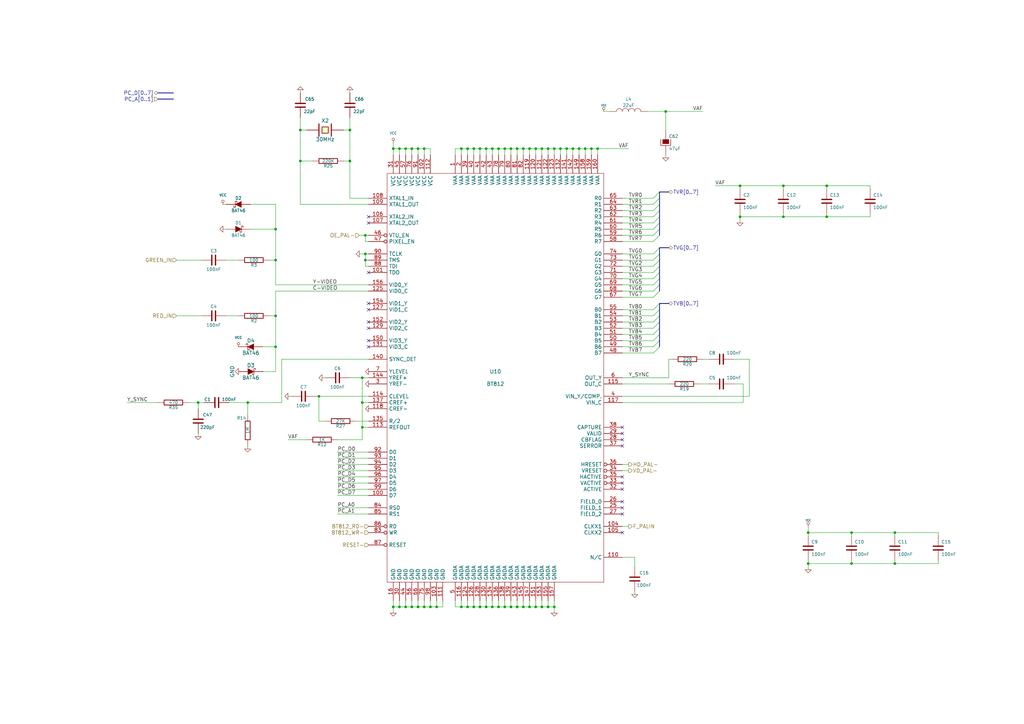
<source format=kicad_sch>
(kicad_sch (version 20210126) (generator eeschema)
  (paper "A3")
  (title_block (title "Video") (date "Sun 22 Mar 2015") (rev "2.0B") (company "Kicad EDA"))
  (lib_symbols
    (symbol "video_schlib:BT812" (pin_names (offset 0.762))
      (property "Reference" "U" (at 47.498 85.09 0))
      (property "Value" "BT812" (at 31.242 -85.09 0))
      (symbol "BT812_1_1"
        (pin input line (at -16.51 91.44 270) (length 7.62) (name "VAA") (number "1"))
        (pin tri_state line (at -52.07 -48.26 0) (length 7.62) (name "D7") (number "100"))
        (pin output line (at -52.07 43.18 0) (length 7.62) (name "TDO") (number "101"))
        (pin input line (at -29.21 91.44 270) (length 7.62) (name "VCC") (number "102"))
        (pin input line (at -24.13 -91.44 90) (length 7.62) (name "GND") (number "103"))
        (pin output line (at 52.07 -60.96 180) (length 7.62) (name "CLKX1") (number "104"))
        (pin output line (at 52.07 -63.5 180) (length 7.62) (name "CLKX2") (number "105"))
        (pin input line (at -52.07 66.04 0) (length 7.62) (name "XTAL2_IN") (number "106"))
        (pin output line (at -52.07 63.5 0) (length 7.62) (name "XTAL2_OUT") (number "107"))
        (pin input line (at -52.07 73.66 0) (length 7.62) (name "XTAL1_IN") (number "108"))
        (pin output line (at -52.07 71.12 0) (length 7.62) (name "XTAL1_OUT") (number "109"))
        (pin input line (at 52.07 -73.66 180) (length 7.62) (name "N/C") (number "110"))
        (pin input line (at -21.59 -91.44 90) (length 7.62) (name "GND") (number "111"))
        (pin input line (at -26.67 91.44 270) (length 7.62) (name "VCC") (number "112"))
        (pin output line (at -52.07 -20.32 0) (length 7.62) (name "REFOUT") (number "113"))
        (pin input line (at -52.07 -7.62 0) (length 7.62) (name "CLEVEL") (number "114"))
        (pin output line (at 52.07 -2.54 180) (length 7.62) (name "OUT_C") (number "115"))
        (pin input line (at -13.97 -91.44 90) (length 7.62) (name "GNDA") (number "116"))
        (pin input line (at 52.07 -10.16 180) (length 7.62) (name "VIN_C") (number "117"))
        (pin input line (at -52.07 -12.7 0) (length 7.62) (name "CREF-") (number "118"))
        (pin input line (at 13.97 91.44 270) (length 7.62) (name "VAA") (number "119"))
        (pin input line (at 16.51 91.44 270) (length 7.62) (name "VAA") (number "120"))
        (pin input line (at 19.05 91.44 270) (length 7.62) (name "VAA") (number "121"))
        (pin input line (at 21.59 91.44 270) (length 7.62) (name "VAA") (number "122"))
        (pin passive line (at 24.13 91.44 270) (length 7.62) (name "VAA") (number "123"))
        (pin input line (at -11.43 -91.44 90) (length 7.62) (name "GNDA") (number "124"))
        (pin input line (at -52.07 35.56 0) (length 7.62) (name "VID0_C") (number "125"))
        (pin input line (at -8.89 -91.44 90) (length 7.62) (name "GNDA") (number "126"))
        (pin input line (at -52.07 27.94 0) (length 7.62) (name "VID1_C") (number "127"))
        (pin input line (at -6.35 -91.44 90) (length 7.62) (name "GNDA") (number "128"))
        (pin input line (at -52.07 20.32 0) (length 7.62) (name "VID2_C") (number "129"))
        (pin input line (at -3.81 -91.44 90) (length 7.62) (name "GNDA") (number "130"))
        (pin input line (at -52.07 12.7 0) (length 7.62) (name "VID3_C") (number "131"))
        (pin input line (at 26.67 91.44 270) (length 7.62) (name "VAA") (number "132"))
        (pin input line (at -1.27 -91.44 90) (length 7.62) (name "GNDA") (number "134"))
        (pin input line (at -52.07 -17.78 0) (length 7.62) (name "R/2") (number "135"))
        (pin input line (at 1.27 -91.44 90) (length 7.62) (name "GNDA") (number "136"))
        (pin input line (at -52.07 -10.16 0) (length 7.62) (name "CREF+") (number "137"))
        (pin input line (at 3.81 -91.44 90) (length 7.62) (name "GNDA") (number "138"))
        (pin input line (at 6.35 -91.44 90) (length 7.62) (name "GNDA") (number "139"))
        (pin input line (at -52.07 7.62 0) (length 7.62) (name "SYNC_DET") (number "140"))
        (pin input line (at 29.21 91.44 270) (length 7.62) (name "VAA") (number "141"))
        (pin input line (at 31.75 91.44 270) (length 7.62) (name "VAA") (number "142"))
        (pin input line (at 8.89 -91.44 90) (length 7.62) (name "GNDA") (number "143"))
        (pin input line (at -52.07 0 0) (length 7.62) (name "YREF+") (number "144"))
        (pin input line (at 11.43 -91.44 90) (length 7.62) (name "GNDA") (number "145"))
        (pin input line (at 13.97 -91.44 90) (length 7.62) (name "GNDA") (number "147"))
        (pin input line (at 34.29 91.44 270) (length 7.62) (name "VAA") (number "149"))
        (pin input line (at -52.07 15.24 0) (length 7.62) (name "VID3_Y") (number "150"))
        (pin input line (at 16.51 -91.44 90) (length 7.62) (name "GNDA") (number "151"))
        (pin input line (at -52.07 22.86 0) (length 7.62) (name "VID2_Y") (number "152"))
        (pin input line (at 19.05 -91.44 90) (length 7.62) (name "GNDA") (number "153"))
        (pin input line (at -52.07 30.48 0) (length 7.62) (name "VID1_Y") (number "154"))
        (pin input line (at 21.59 -91.44 90) (length 7.62) (name "GNDA") (number "155"))
        (pin input line (at -52.07 38.1 0) (length 7.62) (name "VID0_Y") (number "156"))
        (pin input line (at 24.13 -91.44 90) (length 7.62) (name "GNDA") (number "157"))
        (pin input line (at 36.83 91.44 270) (length 7.62) (name "VAA") (number "158"))
        (pin input line (at 39.37 91.44 270) (length 7.62) (name "VAA") (number "159"))
        (pin input line (at -41.91 -91.44 90) (length 7.62) (name "GND") (number "16"))
        (pin input line (at 41.91 91.44 270) (length 7.62) (name "VAA") (number "160"))
        (pin input line (at -13.97 91.44 270) (length 7.62) (name "VAA") (number "2"))
        (pin bidirectional line (at 52.07 -53.34 180) (length 7.62) (name "FIELD_1") (number "25"))
        (pin bidirectional line (at 52.07 -50.8 180) (length 7.62) (name "FIELD_0") (number "26"))
        (pin output line (at 52.07 -55.88 180) (length 7.62) (name "FIELD_2") (number "27"))
        (pin output line (at 52.07 -25.4 180) (length 7.62) (name "CBFLAG") (number "28"))
        (pin output line (at 52.07 -22.86 180) (length 7.62) (name "VALID") (number "29"))
        (pin input line (at -52.07 -2.54 0) (length 7.62) (name "YREF-") (number "3"))
        (pin input line (at -39.37 -91.44 90) (length 7.62) (name "GND") (number "30"))
        (pin input line (at -41.91 91.44 270) (length 7.62) (name "VCC") (number "31"))
        (pin output line (at 52.07 -45.72 180) (length 7.62) (name "ACTIVE") (number "32"))
        (pin output inverted (at 52.07 -43.18 180) (length 7.62) (name "VACTIVE") (number "33"))
        (pin output inverted (at 52.07 -38.1 180) (length 7.62) (name "VRESET") (number "34"))
        (pin output inverted (at 52.07 -40.64 180) (length 7.62) (name "HACTIVE") (number "35"))
        (pin output inverted (at 52.07 -35.56 180) (length 7.62) (name "HRESET") (number "36"))
        (pin output line (at 52.07 -27.94 180) (length 7.62) (name "SERROR") (number "37"))
        (pin output line (at 52.07 -20.32 180) (length 7.62) (name "CAPTURE") (number "38"))
        (pin input line (at -11.43 91.44 270) (length 7.62) (name "VAA") (number "39"))
        (pin input line (at 52.07 -7.62 180) (length 7.62) (name "VIN_Y/COMP.") (number "4"))
        (pin input line (at -8.89 91.44 270) (length 7.62) (name "VAA") (number "40"))
        (pin input line (at -6.35 91.44 270) (length 7.62) (name "VAA") (number "41"))
        (pin input line (at -3.81 91.44 270) (length 7.62) (name "VAA") (number "42"))
        (pin input line (at -1.27 91.44 270) (length 7.62) (name "VAA") (number "43"))
        (pin input line (at -36.83 -91.44 90) (length 7.62) (name "GND") (number "44"))
        (pin input line (at -39.37 91.44 270) (length 7.62) (name "VCC") (number "45"))
        (pin input inverted (at -52.07 58.42 0) (length 7.62) (name "VTU_EN") (number "46"))
        (pin input inverted (at -52.07 55.88 0) (length 7.62) (name "PIXEL_EN") (number "47"))
        (pin tri_state line (at 52.07 10.16 180) (length 7.62) (name "B7") (number "48"))
        (pin tri_state line (at 52.07 12.7 180) (length 7.62) (name "B6") (number "49"))
        (pin input line (at -16.51 -91.44 90) (length 7.62) (name "GNDA") (number "5"))
        (pin tri_state line (at 52.07 15.24 180) (length 7.62) (name "B5") (number "50"))
        (pin tri_state line (at 52.07 17.78 180) (length 7.62) (name "B4") (number "51"))
        (pin tri_state line (at 52.07 20.32 180) (length 7.62) (name "B3") (number "52"))
        (pin tri_state line (at 52.07 22.86 180) (length 7.62) (name "B2") (number "53"))
        (pin tri_state line (at 52.07 25.4 180) (length 7.62) (name "B1") (number "54"))
        (pin tri_state line (at 52.07 27.94 180) (length 7.62) (name "B0") (number "55"))
        (pin input line (at -34.29 -91.44 90) (length 7.62) (name "GND") (number "56"))
        (pin input line (at -36.83 91.44 270) (length 7.62) (name "VCC") (number "57"))
        (pin tri_state line (at 52.07 55.88 180) (length 7.62) (name "R7") (number "58"))
        (pin tri_state line (at 52.07 58.42 180) (length 7.62) (name "R6") (number "59"))
        (pin output line (at 52.07 0 180) (length 7.62) (name "OUT_Y") (number "6"))
        (pin tri_state line (at 52.07 60.96 180) (length 7.62) (name "R5") (number "60"))
        (pin tri_state line (at 52.07 63.5 180) (length 7.62) (name "R4") (number "61"))
        (pin tri_state line (at 52.07 66.04 180) (length 7.62) (name "R3") (number "62"))
        (pin tri_state line (at 52.07 68.58 180) (length 7.62) (name "R2") (number "63"))
        (pin tri_state line (at 52.07 71.12 180) (length 7.62) (name "R1") (number "64"))
        (pin tri_state line (at 52.07 73.66 180) (length 7.62) (name "R0") (number "65"))
        (pin input line (at -31.75 -91.44 90) (length 7.62) (name "GND") (number "66"))
        (pin tri_state line (at 52.07 33.02 180) (length 7.62) (name "G7") (number "67"))
        (pin tri_state line (at 52.07 35.56 180) (length 7.62) (name "G6") (number "68"))
        (pin tri_state line (at 52.07 38.1 180) (length 7.62) (name "G5") (number "69"))
        (pin input line (at -52.07 2.54 0) (length 7.62) (name "YLEVEL") (number "7"))
        (pin tri_state line (at 52.07 40.64 180) (length 7.62) (name "G4") (number "70"))
        (pin tri_state line (at 52.07 43.18 180) (length 7.62) (name "G3") (number "71"))
        (pin tri_state line (at 52.07 45.72 180) (length 7.62) (name "G2") (number "72"))
        (pin tri_state line (at 52.07 48.26 180) (length 7.62) (name "G1") (number "73"))
        (pin tri_state line (at 52.07 50.8 180) (length 7.62) (name "G0") (number "74"))
        (pin input line (at -29.21 -91.44 90) (length 7.62) (name "GND") (number "75"))
        (pin input line (at -34.29 91.44 270) (length 7.62) (name "VCC") (number "76"))
        (pin input line (at 1.27 91.44 270) (length 7.62) (name "VAA") (number "78"))
        (pin input line (at 3.81 91.44 270) (length 7.62) (name "VAA") (number "79"))
        (pin input line (at 6.35 91.44 270) (length 7.62) (name "VAA") (number "80"))
        (pin input line (at 8.89 91.44 270) (length 7.62) (name "VAA") (number "81"))
        (pin input line (at 11.43 91.44 270) (length 7.62) (name "VAA") (number "82"))
        (pin input inverted (at -52.07 -63.5 0) (length 7.62) (name "WR") (number "83"))
        (pin input line (at -52.07 -53.34 0) (length 7.62) (name "RS0") (number "84"))
        (pin input line (at -52.07 -55.88 0) (length 7.62) (name "RS1") (number "85"))
        (pin input inverted (at -52.07 -60.96 0) (length 7.62) (name "RD") (number "86"))
        (pin input inverted (at -52.07 -68.58 0) (length 7.62) (name "RESET") (number "87"))
        (pin input line (at -52.07 45.72 0) (length 7.62) (name "TDI") (number "88"))
        (pin input line (at -52.07 48.26 0) (length 7.62) (name "TMS") (number "89"))
        (pin input line (at -52.07 50.8 0) (length 7.62) (name "TCLK") (number "90"))
        (pin passive line (at -31.75 91.44 270) (length 7.62) (name "VCC") (number "91"))
        (pin tri_state line (at -52.07 -30.48 0) (length 7.62) (name "D0") (number "92"))
        (pin tri_state line (at -52.07 -33.02 0) (length 7.62) (name "D1") (number "93"))
        (pin tri_state line (at -52.07 -35.56 0) (length 7.62) (name "D2") (number "94"))
        (pin tri_state line (at -52.07 -38.1 0) (length 7.62) (name "D3") (number "95"))
        (pin tri_state line (at -52.07 -40.64 0) (length 7.62) (name "D4") (number "96"))
        (pin tri_state line (at -52.07 -43.18 0) (length 7.62) (name "D5") (number "97"))
        (pin input line (at -26.67 -91.44 90) (length 7.62) (name "GND") (number "98"))
        (pin tri_state line (at -52.07 -45.72 0) (length 7.62) (name "D6") (number "99"))
      )
    )
    (symbol "video_schlib:C" (pin_numbers hide) (pin_names (offset 0.254))
      (property "Reference" "C" (at 0 2.54 0))
      (property "Value" "C" (at 0.1524 -2.159 0))
      (symbol "C_1_1"
        (pin passive line (at 0 5.08 270) (length 4.318) (name "~") (number "1"))
        (pin passive line (at 0 -5.08 90) (length 4.318) (name "~") (number "2"))
      )
    )
    (symbol "video_schlib:CP" (pin_numbers hide) (pin_names (offset 0.254) hide)
      (property "Reference" "C" (at 1.27 2.54 0))
      (property "Value" "CP" (at 1.27 -2.54 0))
      (symbol "CP_1_1"
        (pin passive line (at 0 5.08 270) (length 3.81) (name "~") (number "1"))
        (pin passive line (at 0 -5.08 90) (length 3.81) (name "~") (number "2"))
      )
    )
    (symbol "video_schlib:CRYSTAL" (pin_numbers hide) (pin_names (offset 1.016) hide)
      (property "Reference" "X" (at 0 3.81 0))
      (property "Value" "CRYSTAL" (at 0 -3.81 0))
      (symbol "CRYSTAL_1_1"
        (pin passive line (at -7.62 0 0) (length 5.08) (name "1") (number "1"))
        (pin passive line (at 7.62 0 180) (length 5.08) (name "2") (number "2"))
      )
    )
    (symbol "video_schlib:DIODESCH" (pin_numbers hide) (pin_names (offset 1.016) hide)
      (property "Reference" "D" (at 0 2.54 0))
      (property "Value" "DIODESCH" (at 0 -2.54 0))
      (symbol "DIODESCH_1_1"
        (pin passive line (at -5.08 0 0) (length 3.81) (name "A") (number "1"))
        (pin passive line (at 5.08 0 180) (length 3.81) (name "K") (number "2"))
      )
    )
    (symbol "video_schlib:GND" (power) (pin_names (offset 0))
      (symbol "GND_1_1"
        (pin power_in line (at 0 0 90) (length 0) hide (name "GND") (number "1"))
      )
    )
    (symbol "video_schlib:INDUCTOR" (pin_numbers hide) (pin_names (offset 1.016) hide)
      (property "Reference" "L" (at -1.27 0 90))
      (property "Value" "INDUCTOR" (at 2.54 0 90))
      (symbol "INDUCTOR_1_1"
        (pin passive line (at 0 7.62 270) (length 2.54) (name "1") (number "1"))
        (pin passive line (at 0 -7.62 90) (length 2.54) (name "2") (number "2"))
      )
    )
    (symbol "video_schlib:R" (pin_numbers hide) (pin_names (offset 0))
      (property "Reference" "R" (at 2.032 0 90))
      (property "Value" "R" (at 0.1778 0.0254 90))
      (symbol "R_1_1"
        (pin passive line (at 0 6.35 270) (length 2.54) (name "~") (number "1"))
        (pin passive line (at 0 -6.35 90) (length 2.54) (name "~") (number "2"))
      )
    )
    (symbol "video_schlib:VCC" (power) (pin_names (offset 0))
      (property "Value" "VCC" (at 0 2.54 0))
      (symbol "VCC_0_0"
        (pin power_in line (at 0 0 90) (length 0) hide (name "VCC") (number "1"))
      )
    )
  )
  (junction (at 81.28 165.1) (diameter 0.9144))
  (junction (at 101.6 165.1) (diameter 0.9144))
  (junction (at 113.03 93.98) (diameter 0.9144))
  (junction (at 113.03 106.68) (diameter 0.9144))
  (junction (at 113.03 129.54) (diameter 0.9144))
  (junction (at 113.03 142.24) (diameter 0.9144))
  (junction (at 123.19 53.34) (diameter 0.9144))
  (junction (at 123.19 66.04) (diameter 0.9144))
  (junction (at 130.81 162.56) (diameter 0.9144))
  (junction (at 143.51 53.34) (diameter 0.9144))
  (junction (at 143.51 66.04) (diameter 0.9144))
  (junction (at 148.59 154.94) (diameter 0.9144))
  (junction (at 148.59 165.1) (diameter 0.9144))
  (junction (at 148.59 175.26) (diameter 0.9144))
  (junction (at 149.86 96.52) (diameter 0.9144))
  (junction (at 149.86 104.14) (diameter 0.9144))
  (junction (at 149.86 106.68) (diameter 0.9144))
  (junction (at 161.29 60.96) (diameter 0.9144))
  (junction (at 161.29 248.92) (diameter 0.9144))
  (junction (at 163.83 60.96) (diameter 0.9144))
  (junction (at 163.83 248.92) (diameter 0.9144))
  (junction (at 166.37 60.96) (diameter 0.9144))
  (junction (at 166.37 248.92) (diameter 0.9144))
  (junction (at 168.91 60.96) (diameter 0.9144))
  (junction (at 168.91 248.92) (diameter 0.9144))
  (junction (at 171.45 60.96) (diameter 0.9144))
  (junction (at 171.45 248.92) (diameter 0.9144))
  (junction (at 173.99 60.96) (diameter 0.9144))
  (junction (at 173.99 248.92) (diameter 0.9144))
  (junction (at 176.53 248.92) (diameter 0.9144))
  (junction (at 179.07 248.92) (diameter 0.9144))
  (junction (at 189.23 60.96) (diameter 0.9144))
  (junction (at 189.23 248.92) (diameter 0.9144))
  (junction (at 191.77 60.96) (diameter 0.9144))
  (junction (at 191.77 248.92) (diameter 0.9144))
  (junction (at 194.31 60.96) (diameter 0.9144))
  (junction (at 194.31 248.92) (diameter 0.9144))
  (junction (at 196.85 60.96) (diameter 0.9144))
  (junction (at 196.85 248.92) (diameter 0.9144))
  (junction (at 199.39 60.96) (diameter 0.9144))
  (junction (at 199.39 248.92) (diameter 0.9144))
  (junction (at 201.93 60.96) (diameter 0.9144))
  (junction (at 201.93 248.92) (diameter 0.9144))
  (junction (at 204.47 60.96) (diameter 0.9144))
  (junction (at 204.47 248.92) (diameter 0.9144))
  (junction (at 207.01 60.96) (diameter 0.9144))
  (junction (at 207.01 248.92) (diameter 0.9144))
  (junction (at 209.55 60.96) (diameter 0.9144))
  (junction (at 209.55 248.92) (diameter 0.9144))
  (junction (at 212.09 60.96) (diameter 0.9144))
  (junction (at 212.09 248.92) (diameter 0.9144))
  (junction (at 214.63 60.96) (diameter 0.9144))
  (junction (at 214.63 248.92) (diameter 0.9144))
  (junction (at 217.17 60.96) (diameter 0.9144))
  (junction (at 217.17 248.92) (diameter 0.9144))
  (junction (at 219.71 60.96) (diameter 0.9144))
  (junction (at 219.71 248.92) (diameter 0.9144))
  (junction (at 222.25 60.96) (diameter 0.9144))
  (junction (at 222.25 248.92) (diameter 0.9144))
  (junction (at 224.79 60.96) (diameter 0.9144))
  (junction (at 224.79 248.92) (diameter 0.9144))
  (junction (at 227.33 60.96) (diameter 0.9144))
  (junction (at 227.33 248.92) (diameter 0.9144))
  (junction (at 229.87 60.96) (diameter 0.9144))
  (junction (at 232.41 60.96) (diameter 0.9144))
  (junction (at 234.95 60.96) (diameter 0.9144))
  (junction (at 237.49 60.96) (diameter 0.9144))
  (junction (at 240.03 60.96) (diameter 0.9144))
  (junction (at 242.57 60.96) (diameter 0.9144))
  (junction (at 245.11 60.96) (diameter 0.9144))
  (junction (at 273.05 45.72) (diameter 0.9144))
  (junction (at 303.53 76.2) (diameter 0.9144))
  (junction (at 303.53 88.9) (diameter 0.9144))
  (junction (at 321.31 76.2) (diameter 0.9144))
  (junction (at 321.31 88.9) (diameter 0.9144))
  (junction (at 331.47 218.44) (diameter 0.9144))
  (junction (at 331.47 231.14) (diameter 0.9144))
  (junction (at 339.09 76.2) (diameter 0.9144))
  (junction (at 339.09 88.9) (diameter 0.9144))
  (junction (at 349.25 218.44) (diameter 0.9144))
  (junction (at 349.25 231.14) (diameter 0.9144))
  (junction (at 367.03 218.44) (diameter 0.9144))
  (junction (at 367.03 231.14) (diameter 0.9144))
  (no_connect (at 151.13 88.9))
  (no_connect (at 151.13 91.44))
  (no_connect (at 151.13 111.76))
  (no_connect (at 151.13 124.46))
  (no_connect (at 151.13 127))
  (no_connect (at 151.13 132.08))
  (no_connect (at 151.13 134.62))
  (no_connect (at 151.13 139.7))
  (no_connect (at 151.13 142.24))
  (no_connect (at 255.27 175.26))
  (no_connect (at 255.27 177.8))
  (no_connect (at 255.27 180.34))
  (no_connect (at 255.27 182.88))
  (no_connect (at 255.27 195.58))
  (no_connect (at 255.27 198.12))
  (no_connect (at 255.27 200.66))
  (no_connect (at 255.27 205.74))
  (no_connect (at 255.27 208.28))
  (no_connect (at 255.27 210.82))
  (no_connect (at 255.27 218.44))
  (bus_entry (at 267.97 81.28) (size 2.54 -2.54) (stroke (width 0.1524)))
  (bus_entry (at 267.97 83.82) (size 2.54 -2.54) (stroke (width 0.1524)))
  (bus_entry (at 267.97 86.36) (size 2.54 -2.54) (stroke (width 0.1524)))
  (bus_entry (at 267.97 88.9) (size 2.54 -2.54) (stroke (width 0.1524)))
  (bus_entry (at 267.97 91.44) (size 2.54 -2.54) (stroke (width 0.1524)))
  (bus_entry (at 267.97 93.98) (size 2.54 -2.54) (stroke (width 0.1524)))
  (bus_entry (at 267.97 96.52) (size 2.54 -2.54) (stroke (width 0.1524)))
  (bus_entry (at 267.97 99.06) (size 2.54 -2.54) (stroke (width 0.1524)))
  (bus_entry (at 267.97 104.14) (size 2.54 -2.54) (stroke (width 0.1524)))
  (bus_entry (at 267.97 106.68) (size 2.54 -2.54) (stroke (width 0.1524)))
  (bus_entry (at 267.97 109.22) (size 2.54 -2.54) (stroke (width 0.1524)))
  (bus_entry (at 267.97 111.76) (size 2.54 -2.54) (stroke (width 0.1524)))
  (bus_entry (at 267.97 114.3) (size 2.54 -2.54) (stroke (width 0.1524)))
  (bus_entry (at 267.97 116.84) (size 2.54 -2.54) (stroke (width 0.1524)))
  (bus_entry (at 267.97 119.38) (size 2.54 -2.54) (stroke (width 0.1524)))
  (bus_entry (at 267.97 121.92) (size 2.54 -2.54) (stroke (width 0.1524)))
  (bus_entry (at 267.97 127) (size 2.54 -2.54) (stroke (width 0.1524)))
  (bus_entry (at 267.97 129.54) (size 2.54 -2.54) (stroke (width 0.1524)))
  (bus_entry (at 267.97 132.08) (size 2.54 -2.54) (stroke (width 0.1524)))
  (bus_entry (at 267.97 134.62) (size 2.54 -2.54) (stroke (width 0.1524)))
  (bus_entry (at 267.97 137.16) (size 2.54 -2.54) (stroke (width 0.1524)))
  (bus_entry (at 267.97 139.7) (size 2.54 -2.54) (stroke (width 0.1524)))
  (bus_entry (at 267.97 142.24) (size 2.54 -2.54) (stroke (width 0.1524)))
  (bus_entry (at 267.97 144.78) (size 2.54 -2.54) (stroke (width 0.1524)))
  (wire (pts (xy 52.07 165.1) (xy 64.77 165.1)))
  (wire (pts (xy 72.39 106.68) (xy 82.55 106.68)))
  (wire (pts (xy 72.39 129.54) (xy 82.55 129.54)))
  (wire (pts (xy 77.47 165.1) (xy 81.28 165.1)))
  (wire (pts (xy 81.28 165.1) (xy 81.28 167.64)))
  (wire (pts (xy 81.28 165.1) (xy 83.82 165.1)))
  (wire (pts (xy 81.28 177.8) (xy 81.28 179.07)))
  (wire (pts (xy 91.44 83.82) (xy 92.71 83.82)))
  (wire (pts (xy 91.44 93.98) (xy 92.71 93.98)))
  (wire (pts (xy 92.71 106.68) (xy 97.79 106.68)))
  (wire (pts (xy 92.71 129.54) (xy 97.79 129.54)))
  (wire (pts (xy 93.98 165.1) (xy 101.6 165.1)))
  (wire (pts (xy 101.6 165.1) (xy 101.6 170.18)))
  (wire (pts (xy 101.6 165.1) (xy 115.57 165.1)))
  (wire (pts (xy 101.6 182.88) (xy 101.6 184.15)))
  (wire (pts (xy 102.87 83.82) (xy 113.03 83.82)))
  (wire (pts (xy 102.87 93.98) (xy 113.03 93.98)))
  (wire (pts (xy 107.95 142.24) (xy 113.03 142.24)))
  (wire (pts (xy 110.49 106.68) (xy 113.03 106.68)))
  (wire (pts (xy 110.49 129.54) (xy 113.03 129.54)))
  (wire (pts (xy 113.03 83.82) (xy 113.03 93.98)))
  (wire (pts (xy 113.03 93.98) (xy 113.03 106.68)))
  (wire (pts (xy 113.03 106.68) (xy 113.03 116.84)))
  (wire (pts (xy 113.03 116.84) (xy 151.13 116.84)))
  (wire (pts (xy 113.03 119.38) (xy 113.03 129.54)))
  (wire (pts (xy 113.03 129.54) (xy 113.03 142.24)))
  (wire (pts (xy 113.03 142.24) (xy 113.03 152.4)))
  (wire (pts (xy 113.03 152.4) (xy 107.95 152.4)))
  (wire (pts (xy 115.57 165.1) (xy 115.57 147.32)))
  (wire (pts (xy 118.11 162.56) (xy 119.38 162.56)))
  (wire (pts (xy 118.11 180.34) (xy 125.73 180.34)))
  (wire (pts (xy 123.19 38.1) (xy 123.19 36.83)))
  (wire (pts (xy 123.19 48.26) (xy 123.19 53.34)))
  (wire (pts (xy 123.19 53.34) (xy 123.19 66.04)))
  (wire (pts (xy 123.19 53.34) (xy 125.73 53.34)))
  (wire (pts (xy 123.19 66.04) (xy 123.19 83.82)))
  (wire (pts (xy 123.19 66.04) (xy 128.27 66.04)))
  (wire (pts (xy 123.19 83.82) (xy 151.13 83.82)))
  (wire (pts (xy 129.54 162.56) (xy 130.81 162.56)))
  (wire (pts (xy 130.81 162.56) (xy 130.81 172.72)))
  (wire (pts (xy 130.81 162.56) (xy 151.13 162.56)))
  (wire (pts (xy 130.81 172.72) (xy 133.35 172.72)))
  (wire (pts (xy 132.08 154.94) (xy 133.35 154.94)))
  (wire (pts (xy 138.43 185.42) (xy 151.13 185.42)))
  (wire (pts (xy 138.43 187.96) (xy 151.13 187.96)))
  (wire (pts (xy 138.43 190.5) (xy 151.13 190.5)))
  (wire (pts (xy 138.43 193.04) (xy 151.13 193.04)))
  (wire (pts (xy 138.43 195.58) (xy 151.13 195.58)))
  (wire (pts (xy 138.43 198.12) (xy 151.13 198.12)))
  (wire (pts (xy 138.43 200.66) (xy 151.13 200.66)))
  (wire (pts (xy 138.43 203.2) (xy 151.13 203.2)))
  (wire (pts (xy 138.43 208.28) (xy 151.13 208.28)))
  (wire (pts (xy 138.43 210.82) (xy 151.13 210.82)))
  (wire (pts (xy 140.97 53.34) (xy 143.51 53.34)))
  (wire (pts (xy 140.97 66.04) (xy 143.51 66.04)))
  (wire (pts (xy 143.51 36.83) (xy 143.51 38.1)))
  (wire (pts (xy 143.51 48.26) (xy 143.51 53.34)))
  (wire (pts (xy 143.51 53.34) (xy 143.51 66.04)))
  (wire (pts (xy 143.51 66.04) (xy 143.51 81.28)))
  (wire (pts (xy 143.51 81.28) (xy 151.13 81.28)))
  (wire (pts (xy 143.51 154.94) (xy 148.59 154.94)))
  (wire (pts (xy 146.05 172.72) (xy 151.13 172.72)))
  (wire (pts (xy 147.32 96.52) (xy 149.86 96.52)))
  (wire (pts (xy 147.32 104.14) (xy 149.86 104.14)))
  (wire (pts (xy 148.59 154.94) (xy 148.59 165.1)))
  (wire (pts (xy 148.59 154.94) (xy 151.13 154.94)))
  (wire (pts (xy 148.59 165.1) (xy 148.59 175.26)))
  (wire (pts (xy 148.59 165.1) (xy 151.13 165.1)))
  (wire (pts (xy 148.59 175.26) (xy 148.59 180.34)))
  (wire (pts (xy 148.59 175.26) (xy 151.13 175.26)))
  (wire (pts (xy 148.59 180.34) (xy 138.43 180.34)))
  (wire (pts (xy 149.86 96.52) (xy 151.13 96.52)))
  (wire (pts (xy 149.86 99.06) (xy 149.86 96.52)))
  (wire (pts (xy 149.86 104.14) (xy 149.86 106.68)))
  (wire (pts (xy 149.86 104.14) (xy 151.13 104.14)))
  (wire (pts (xy 149.86 106.68) (xy 149.86 109.22)))
  (wire (pts (xy 149.86 106.68) (xy 151.13 106.68)))
  (wire (pts (xy 149.86 109.22) (xy 151.13 109.22)))
  (wire (pts (xy 151.13 99.06) (xy 149.86 99.06)))
  (wire (pts (xy 151.13 119.38) (xy 113.03 119.38)))
  (wire (pts (xy 151.13 147.32) (xy 115.57 147.32)))
  (wire (pts (xy 161.29 58.42) (xy 161.29 60.96)))
  (wire (pts (xy 161.29 60.96) (xy 161.29 63.5)))
  (wire (pts (xy 161.29 60.96) (xy 163.83 60.96)))
  (wire (pts (xy 161.29 246.38) (xy 161.29 248.92)))
  (wire (pts (xy 161.29 248.92) (xy 161.29 251.46)))
  (wire (pts (xy 161.29 248.92) (xy 163.83 248.92)))
  (wire (pts (xy 163.83 60.96) (xy 163.83 63.5)))
  (wire (pts (xy 163.83 60.96) (xy 166.37 60.96)))
  (wire (pts (xy 163.83 246.38) (xy 163.83 248.92)))
  (wire (pts (xy 163.83 248.92) (xy 166.37 248.92)))
  (wire (pts (xy 166.37 60.96) (xy 166.37 63.5)))
  (wire (pts (xy 166.37 60.96) (xy 168.91 60.96)))
  (wire (pts (xy 166.37 246.38) (xy 166.37 248.92)))
  (wire (pts (xy 166.37 248.92) (xy 168.91 248.92)))
  (wire (pts (xy 168.91 60.96) (xy 168.91 63.5)))
  (wire (pts (xy 168.91 60.96) (xy 171.45 60.96)))
  (wire (pts (xy 168.91 246.38) (xy 168.91 248.92)))
  (wire (pts (xy 168.91 248.92) (xy 171.45 248.92)))
  (wire (pts (xy 171.45 60.96) (xy 171.45 63.5)))
  (wire (pts (xy 171.45 60.96) (xy 173.99 60.96)))
  (wire (pts (xy 171.45 246.38) (xy 171.45 248.92)))
  (wire (pts (xy 171.45 248.92) (xy 173.99 248.92)))
  (wire (pts (xy 173.99 60.96) (xy 173.99 63.5)))
  (wire (pts (xy 173.99 60.96) (xy 176.53 60.96)))
  (wire (pts (xy 173.99 246.38) (xy 173.99 248.92)))
  (wire (pts (xy 173.99 248.92) (xy 176.53 248.92)))
  (wire (pts (xy 176.53 60.96) (xy 176.53 63.5)))
  (wire (pts (xy 176.53 246.38) (xy 176.53 248.92)))
  (wire (pts (xy 176.53 248.92) (xy 179.07 248.92)))
  (wire (pts (xy 179.07 246.38) (xy 179.07 248.92)))
  (wire (pts (xy 179.07 248.92) (xy 181.61 248.92)))
  (wire (pts (xy 181.61 248.92) (xy 181.61 246.38)))
  (wire (pts (xy 186.69 60.96) (xy 186.69 63.5)))
  (wire (pts (xy 186.69 60.96) (xy 189.23 60.96)))
  (wire (pts (xy 186.69 248.92) (xy 186.69 246.38)))
  (wire (pts (xy 186.69 248.92) (xy 189.23 248.92)))
  (wire (pts (xy 189.23 60.96) (xy 189.23 63.5)))
  (wire (pts (xy 189.23 60.96) (xy 191.77 60.96)))
  (wire (pts (xy 189.23 246.38) (xy 189.23 248.92)))
  (wire (pts (xy 189.23 248.92) (xy 191.77 248.92)))
  (wire (pts (xy 191.77 60.96) (xy 191.77 63.5)))
  (wire (pts (xy 191.77 60.96) (xy 194.31 60.96)))
  (wire (pts (xy 191.77 246.38) (xy 191.77 248.92)))
  (wire (pts (xy 191.77 248.92) (xy 194.31 248.92)))
  (wire (pts (xy 194.31 60.96) (xy 194.31 63.5)))
  (wire (pts (xy 194.31 60.96) (xy 196.85 60.96)))
  (wire (pts (xy 194.31 246.38) (xy 194.31 248.92)))
  (wire (pts (xy 194.31 248.92) (xy 196.85 248.92)))
  (wire (pts (xy 196.85 60.96) (xy 196.85 63.5)))
  (wire (pts (xy 196.85 60.96) (xy 199.39 60.96)))
  (wire (pts (xy 196.85 246.38) (xy 196.85 248.92)))
  (wire (pts (xy 196.85 248.92) (xy 199.39 248.92)))
  (wire (pts (xy 199.39 60.96) (xy 199.39 63.5)))
  (wire (pts (xy 199.39 60.96) (xy 201.93 60.96)))
  (wire (pts (xy 199.39 246.38) (xy 199.39 248.92)))
  (wire (pts (xy 199.39 248.92) (xy 201.93 248.92)))
  (wire (pts (xy 201.93 60.96) (xy 201.93 63.5)))
  (wire (pts (xy 201.93 60.96) (xy 204.47 60.96)))
  (wire (pts (xy 201.93 246.38) (xy 201.93 248.92)))
  (wire (pts (xy 201.93 248.92) (xy 204.47 248.92)))
  (wire (pts (xy 204.47 60.96) (xy 204.47 63.5)))
  (wire (pts (xy 204.47 60.96) (xy 207.01 60.96)))
  (wire (pts (xy 204.47 246.38) (xy 204.47 248.92)))
  (wire (pts (xy 204.47 248.92) (xy 207.01 248.92)))
  (wire (pts (xy 207.01 60.96) (xy 207.01 63.5)))
  (wire (pts (xy 207.01 60.96) (xy 209.55 60.96)))
  (wire (pts (xy 207.01 246.38) (xy 207.01 248.92)))
  (wire (pts (xy 207.01 248.92) (xy 209.55 248.92)))
  (wire (pts (xy 209.55 60.96) (xy 209.55 63.5)))
  (wire (pts (xy 209.55 60.96) (xy 212.09 60.96)))
  (wire (pts (xy 209.55 246.38) (xy 209.55 248.92)))
  (wire (pts (xy 209.55 248.92) (xy 212.09 248.92)))
  (wire (pts (xy 212.09 60.96) (xy 212.09 63.5)))
  (wire (pts (xy 212.09 60.96) (xy 214.63 60.96)))
  (wire (pts (xy 212.09 246.38) (xy 212.09 248.92)))
  (wire (pts (xy 212.09 248.92) (xy 214.63 248.92)))
  (wire (pts (xy 214.63 60.96) (xy 214.63 63.5)))
  (wire (pts (xy 214.63 60.96) (xy 217.17 60.96)))
  (wire (pts (xy 214.63 246.38) (xy 214.63 248.92)))
  (wire (pts (xy 214.63 248.92) (xy 217.17 248.92)))
  (wire (pts (xy 217.17 60.96) (xy 217.17 63.5)))
  (wire (pts (xy 217.17 60.96) (xy 219.71 60.96)))
  (wire (pts (xy 217.17 246.38) (xy 217.17 248.92)))
  (wire (pts (xy 217.17 248.92) (xy 219.71 248.92)))
  (wire (pts (xy 219.71 60.96) (xy 219.71 63.5)))
  (wire (pts (xy 219.71 60.96) (xy 222.25 60.96)))
  (wire (pts (xy 219.71 246.38) (xy 219.71 248.92)))
  (wire (pts (xy 219.71 248.92) (xy 222.25 248.92)))
  (wire (pts (xy 222.25 60.96) (xy 222.25 63.5)))
  (wire (pts (xy 222.25 60.96) (xy 224.79 60.96)))
  (wire (pts (xy 222.25 246.38) (xy 222.25 248.92)))
  (wire (pts (xy 222.25 248.92) (xy 224.79 248.92)))
  (wire (pts (xy 224.79 60.96) (xy 224.79 63.5)))
  (wire (pts (xy 224.79 60.96) (xy 227.33 60.96)))
  (wire (pts (xy 224.79 246.38) (xy 224.79 248.92)))
  (wire (pts (xy 224.79 248.92) (xy 227.33 248.92)))
  (wire (pts (xy 227.33 60.96) (xy 227.33 63.5)))
  (wire (pts (xy 227.33 60.96) (xy 229.87 60.96)))
  (wire (pts (xy 227.33 246.38) (xy 227.33 248.92)))
  (wire (pts (xy 227.33 248.92) (xy 227.33 251.46)))
  (wire (pts (xy 229.87 60.96) (xy 229.87 63.5)))
  (wire (pts (xy 229.87 60.96) (xy 232.41 60.96)))
  (wire (pts (xy 232.41 60.96) (xy 232.41 63.5)))
  (wire (pts (xy 232.41 60.96) (xy 234.95 60.96)))
  (wire (pts (xy 234.95 60.96) (xy 234.95 63.5)))
  (wire (pts (xy 234.95 60.96) (xy 237.49 60.96)))
  (wire (pts (xy 237.49 60.96) (xy 237.49 63.5)))
  (wire (pts (xy 237.49 60.96) (xy 240.03 60.96)))
  (wire (pts (xy 240.03 60.96) (xy 240.03 63.5)))
  (wire (pts (xy 240.03 60.96) (xy 242.57 60.96)))
  (wire (pts (xy 242.57 60.96) (xy 242.57 63.5)))
  (wire (pts (xy 242.57 60.96) (xy 245.11 60.96)))
  (wire (pts (xy 245.11 60.96) (xy 245.11 63.5)))
  (wire (pts (xy 245.11 60.96) (xy 257.81 60.96)))
  (wire (pts (xy 247.65 45.72) (xy 250.19 45.72)))
  (wire (pts (xy 255.27 81.28) (xy 267.97 81.28)))
  (wire (pts (xy 255.27 83.82) (xy 267.97 83.82)))
  (wire (pts (xy 255.27 86.36) (xy 267.97 86.36)))
  (wire (pts (xy 255.27 88.9) (xy 267.97 88.9)))
  (wire (pts (xy 255.27 91.44) (xy 267.97 91.44)))
  (wire (pts (xy 255.27 93.98) (xy 267.97 93.98)))
  (wire (pts (xy 255.27 96.52) (xy 267.97 96.52)))
  (wire (pts (xy 255.27 99.06) (xy 267.97 99.06)))
  (wire (pts (xy 255.27 104.14) (xy 267.97 104.14)))
  (wire (pts (xy 255.27 106.68) (xy 267.97 106.68)))
  (wire (pts (xy 255.27 109.22) (xy 267.97 109.22)))
  (wire (pts (xy 255.27 111.76) (xy 267.97 111.76)))
  (wire (pts (xy 255.27 114.3) (xy 267.97 114.3)))
  (wire (pts (xy 255.27 116.84) (xy 267.97 116.84)))
  (wire (pts (xy 255.27 119.38) (xy 267.97 119.38)))
  (wire (pts (xy 255.27 121.92) (xy 267.97 121.92)))
  (wire (pts (xy 255.27 127) (xy 267.97 127)))
  (wire (pts (xy 255.27 129.54) (xy 267.97 129.54)))
  (wire (pts (xy 255.27 132.08) (xy 267.97 132.08)))
  (wire (pts (xy 255.27 134.62) (xy 267.97 134.62)))
  (wire (pts (xy 255.27 137.16) (xy 267.97 137.16)))
  (wire (pts (xy 255.27 139.7) (xy 267.97 139.7)))
  (wire (pts (xy 255.27 142.24) (xy 267.97 142.24)))
  (wire (pts (xy 255.27 144.78) (xy 267.97 144.78)))
  (wire (pts (xy 255.27 154.94) (xy 274.32 154.94)))
  (wire (pts (xy 255.27 157.48) (xy 274.32 157.48)))
  (wire (pts (xy 255.27 162.56) (xy 307.34 162.56)))
  (wire (pts (xy 255.27 165.1) (xy 304.8 165.1)))
  (wire (pts (xy 255.27 190.5) (xy 257.81 190.5)))
  (wire (pts (xy 255.27 193.04) (xy 257.81 193.04)))
  (wire (pts (xy 255.27 215.9) (xy 257.81 215.9)))
  (wire (pts (xy 255.27 228.6) (xy 260.35 228.6)))
  (wire (pts (xy 260.35 228.6) (xy 260.35 232.41)))
  (wire (pts (xy 260.35 243.84) (xy 260.35 242.57)))
  (wire (pts (xy 265.43 45.72) (xy 273.05 45.72)))
  (wire (pts (xy 273.05 45.72) (xy 273.05 53.34)))
  (wire (pts (xy 273.05 45.72) (xy 288.29 45.72)))
  (wire (pts (xy 273.05 64.77) (xy 273.05 63.5)))
  (wire (pts (xy 274.32 147.32) (xy 275.59 147.32)))
  (wire (pts (xy 274.32 154.94) (xy 274.32 147.32)))
  (wire (pts (xy 287.02 157.48) (xy 290.83 157.48)))
  (wire (pts (xy 288.29 147.32) (xy 290.83 147.32)))
  (wire (pts (xy 293.37 76.2) (xy 303.53 76.2)))
  (wire (pts (xy 300.99 147.32) (xy 307.34 147.32)))
  (wire (pts (xy 300.99 157.48) (xy 304.8 157.48)))
  (wire (pts (xy 303.53 76.2) (xy 321.31 76.2)))
  (wire (pts (xy 303.53 77.47) (xy 303.53 76.2)))
  (wire (pts (xy 303.53 87.63) (xy 303.53 88.9)))
  (wire (pts (xy 303.53 88.9) (xy 303.53 91.44)))
  (wire (pts (xy 303.53 88.9) (xy 321.31 88.9)))
  (wire (pts (xy 304.8 165.1) (xy 304.8 157.48)))
  (wire (pts (xy 307.34 162.56) (xy 307.34 147.32)))
  (wire (pts (xy 321.31 76.2) (xy 339.09 76.2)))
  (wire (pts (xy 321.31 77.47) (xy 321.31 76.2)))
  (wire (pts (xy 321.31 88.9) (xy 321.31 87.63)))
  (wire (pts (xy 321.31 88.9) (xy 339.09 88.9)))
  (wire (pts (xy 331.47 215.9) (xy 331.47 218.44)))
  (wire (pts (xy 331.47 218.44) (xy 331.47 219.71)))
  (wire (pts (xy 331.47 218.44) (xy 349.25 218.44)))
  (wire (pts (xy 331.47 229.87) (xy 331.47 231.14)))
  (wire (pts (xy 331.47 231.14) (xy 331.47 233.68)))
  (wire (pts (xy 331.47 231.14) (xy 349.25 231.14)))
  (wire (pts (xy 339.09 76.2) (xy 356.87 76.2)))
  (wire (pts (xy 339.09 77.47) (xy 339.09 76.2)))
  (wire (pts (xy 339.09 88.9) (xy 339.09 87.63)))
  (wire (pts (xy 339.09 88.9) (xy 356.87 88.9)))
  (wire (pts (xy 349.25 218.44) (xy 349.25 219.71)))
  (wire (pts (xy 349.25 218.44) (xy 367.03 218.44)))
  (wire (pts (xy 349.25 229.87) (xy 349.25 231.14)))
  (wire (pts (xy 349.25 231.14) (xy 367.03 231.14)))
  (wire (pts (xy 356.87 76.2) (xy 356.87 77.47)))
  (wire (pts (xy 356.87 88.9) (xy 356.87 87.63)))
  (wire (pts (xy 367.03 218.44) (xy 367.03 219.71)))
  (wire (pts (xy 367.03 218.44) (xy 384.81 218.44)))
  (wire (pts (xy 367.03 229.87) (xy 367.03 231.14)))
  (wire (pts (xy 367.03 231.14) (xy 384.81 231.14)))
  (wire (pts (xy 384.81 218.44) (xy 384.81 219.71)))
  (wire (pts (xy 384.81 231.14) (xy 384.81 229.87)))
  (bus (pts (xy 64.77 38.1) (xy 71.12 38.1)))
  (bus (pts (xy 64.77 40.64) (xy 71.12 40.64)))
  (bus (pts (xy 270.51 78.74) (xy 270.51 81.28)))
  (bus (pts (xy 270.51 81.28) (xy 270.51 83.82)))
  (bus (pts (xy 270.51 83.82) (xy 270.51 86.36)))
  (bus (pts (xy 270.51 86.36) (xy 270.51 88.9)))
  (bus (pts (xy 270.51 88.9) (xy 270.51 91.44)))
  (bus (pts (xy 270.51 91.44) (xy 270.51 93.98)))
  (bus (pts (xy 270.51 93.98) (xy 270.51 96.52)))
  (bus (pts (xy 270.51 101.6) (xy 270.51 104.14)))
  (bus (pts (xy 270.51 104.14) (xy 270.51 106.68)))
  (bus (pts (xy 270.51 106.68) (xy 270.51 109.22)))
  (bus (pts (xy 270.51 109.22) (xy 270.51 111.76)))
  (bus (pts (xy 270.51 111.76) (xy 270.51 114.3)))
  (bus (pts (xy 270.51 114.3) (xy 270.51 116.84)))
  (bus (pts (xy 270.51 116.84) (xy 270.51 119.38)))
  (bus (pts (xy 270.51 124.46) (xy 270.51 127)))
  (bus (pts (xy 270.51 127) (xy 270.51 129.54)))
  (bus (pts (xy 270.51 129.54) (xy 270.51 132.08)))
  (bus (pts (xy 270.51 132.08) (xy 270.51 134.62)))
  (bus (pts (xy 270.51 134.62) (xy 270.51 137.16)))
  (bus (pts (xy 270.51 137.16) (xy 270.51 139.7)))
  (bus (pts (xy 270.51 139.7) (xy 270.51 142.24)))
  (bus (pts (xy 274.32 78.74) (xy 270.51 78.74)))
  (bus (pts (xy 274.32 101.6) (xy 270.51 101.6)))
  (bus (pts (xy 274.32 124.46) (xy 270.51 124.46)))
  (label "Y_SYNC" (at 52.07 165.1 0) (effects (font (size 1.524 1.524))))
  (label "VAF" (at 118.11 180.34 0) (effects (font (size 1.524 1.524))))
  (label "Y-VIDEO" (at 128.27 116.84 0) (effects (font (size 1.524 1.524))))
  (label "C-VIDEO" (at 128.27 119.38 0) (effects (font (size 1.524 1.524))))
  (label "PC_D0" (at 138.43 185.42 0) (effects (font (size 1.524 1.524))))
  (label "PC_D1" (at 138.43 187.96 0) (effects (font (size 1.524 1.524))))
  (label "PC_D2" (at 138.43 190.5 0) (effects (font (size 1.524 1.524))))
  (label "PC_D3" (at 138.43 193.04 0) (effects (font (size 1.524 1.524))))
  (label "PC_D4" (at 138.43 195.58 0) (effects (font (size 1.524 1.524))))
  (label "PC_D5" (at 138.43 198.12 0) (effects (font (size 1.524 1.524))))
  (label "PC_D6" (at 138.43 200.66 0) (effects (font (size 1.524 1.524))))
  (label "PC_D7" (at 138.43 203.2 0) (effects (font (size 1.524 1.524))))
  (label "PC_A0" (at 138.43 208.28 0) (effects (font (size 1.524 1.524))))
  (label "PC_A1" (at 138.43 210.82 0) (effects (font (size 1.524 1.524))))
  (label "VAF" (at 257.81 60.96 180) (effects (font (size 1.524 1.524))))
  (label "TVR0" (at 257.81 81.28 0) (effects (font (size 1.524 1.524))))
  (label "TVR1" (at 257.81 83.82 0) (effects (font (size 1.524 1.524))))
  (label "TVR2" (at 257.81 86.36 0) (effects (font (size 1.524 1.524))))
  (label "TVR3" (at 257.81 88.9 0) (effects (font (size 1.524 1.524))))
  (label "TVR4" (at 257.81 91.44 0) (effects (font (size 1.524 1.524))))
  (label "TVR5" (at 257.81 93.98 0) (effects (font (size 1.524 1.524))))
  (label "TVR6" (at 257.81 96.52 0) (effects (font (size 1.524 1.524))))
  (label "TVR7" (at 257.81 99.06 0) (effects (font (size 1.524 1.524))))
  (label "TVG0" (at 257.81 104.14 0) (effects (font (size 1.524 1.524))))
  (label "TVG1" (at 257.81 106.68 0) (effects (font (size 1.524 1.524))))
  (label "TVG2" (at 257.81 109.22 0) (effects (font (size 1.524 1.524))))
  (label "TVG3" (at 257.81 111.76 0) (effects (font (size 1.524 1.524))))
  (label "TVG4" (at 257.81 114.3 0) (effects (font (size 1.524 1.524))))
  (label "TVG5" (at 257.81 116.84 0) (effects (font (size 1.524 1.524))))
  (label "TVG6" (at 257.81 119.38 0) (effects (font (size 1.524 1.524))))
  (label "TVG7" (at 257.81 121.92 0) (effects (font (size 1.524 1.524))))
  (label "TVB0" (at 257.81 127 0) (effects (font (size 1.524 1.524))))
  (label "TVB1" (at 257.81 129.54 0) (effects (font (size 1.524 1.524))))
  (label "TVB2" (at 257.81 132.08 0) (effects (font (size 1.524 1.524))))
  (label "TVB3" (at 257.81 134.62 0) (effects (font (size 1.524 1.524))))
  (label "TVB4" (at 257.81 137.16 0) (effects (font (size 1.524 1.524))))
  (label "TVB5" (at 257.81 139.7 0) (effects (font (size 1.524 1.524))))
  (label "TVB6" (at 257.81 142.24 0) (effects (font (size 1.524 1.524))))
  (label "TVB7" (at 257.81 144.78 0) (effects (font (size 1.524 1.524))))
  (label "Y_SYNC" (at 257.81 154.94 0) (effects (font (size 1.524 1.524))))
  (label "VAF" (at 288.29 45.72 180) (effects (font (size 1.524 1.524))))
  (label "VAF" (at 293.37 76.2 0) (effects (font (size 1.524 1.524))))
  (hierarchical_label "PC_D[0..7]" (shape bidirectional) (at 64.77 38.1 180) (effects (font (size 1.524 1.524))))
  (hierarchical_label "PC_A[0..1]" (shape input) (at 64.77 40.64 180) (effects (font (size 1.524 1.524))))
  (hierarchical_label "GREEN_IN" (shape input) (at 72.39 106.68 180) (effects (font (size 1.524 1.524))))
  (hierarchical_label "RED_IN" (shape input) (at 72.39 129.54 180) (effects (font (size 1.524 1.524))))
  (hierarchical_label "OE_PAL-" (shape input) (at 147.32 96.52 180) (effects (font (size 1.524 1.524))))
  (hierarchical_label "BT812_RD-" (shape input) (at 151.13 215.9 180) (effects (font (size 1.524 1.524))))
  (hierarchical_label "BT812_WR-" (shape input) (at 151.13 218.44 180) (effects (font (size 1.524 1.524))))
  (hierarchical_label "RESET-" (shape input) (at 151.13 223.52 180) (effects (font (size 1.524 1.524))))
  (hierarchical_label "HD_PAL-" (shape output) (at 257.81 190.5 0) (effects (font (size 1.524 1.524))))
  (hierarchical_label "VD_PAL-" (shape output) (at 257.81 193.04 0) (effects (font (size 1.524 1.524))))
  (hierarchical_label "F_PALIN" (shape output) (at 257.81 215.9 0) (effects (font (size 1.524 1.524))))
  (hierarchical_label "TVR[0..7]" (shape bidirectional) (at 274.32 78.74 0) (effects (font (size 1.524 1.524))))
  (hierarchical_label "TVG[0..7]" (shape bidirectional) (at 274.32 101.6 0) (effects (font (size 1.524 1.524))))
  (hierarchical_label "TVB[0..7]" (shape bidirectional) (at 274.32 124.46 0) (effects (font (size 1.524 1.524))))
  (symbol (lib_id "video_schlib:VCC") (at 91.44 83.82 0) (unit 1)
    (property "Reference" "#VCC056" (effects hide))
    (property "Value" "VCC" (at 91.44 80.01 0) (effects (font (size 1.016 1.016))))
  )
  (symbol (lib_id "video_schlib:VCC") (at 97.79 142.24 0) (unit 1)
    (property "Reference" "#VCC055" (effects hide))
    (property "Value" "VCC" (at 97.79 138.43 0) (effects (font (size 1.016 1.016))))
  )
  (symbol (lib_id "video_schlib:VCC") (at 161.29 58.42 0) (unit 1)
    (property "Reference" "#VCC034" (effects hide))
    (property "Value" "VCC" (at 161.29 54.61 0) (effects (font (size 1.016 1.016))))
  )
  (symbol (lib_id "video_schlib:VCC") (at 247.65 45.72 0) (unit 1)
    (property "Reference" "#VCC054" (effects hide))
    (property "Value" "VCC" (at 247.65 43.18 0) (effects (font (size 0.762 0.762))))
  )
  (symbol (lib_id "video_schlib:VCC") (at 331.47 215.9 0) (unit 1)
    (property "Reference" "#VCC053" (effects hide))
    (property "Value" "VCC" (at 331.47 213.36 0) (effects (font (size 0.762 0.762))))
  )
  (symbol (lib_id "video_schlib:GND") (at 81.28 179.07 0) (unit 1)
    (property "Reference" "#GND036" (effects hide))
    (property "Value" "GND" (effects hide))
  )
  (symbol (lib_id "video_schlib:GND") (at 91.44 93.98 270) (unit 1)
    (property "Reference" "#GND044" (effects hide))
    (property "Value" "GND" (effects hide))
  )
  (symbol (lib_id "video_schlib:GND") (at 97.79 152.4 270) (unit 1)
    (property "Reference" "#GND043" (effects hide))
    (property "Value" "GND" (at 95.25 152.4 0) (effects (font (size 1.524 1.524))))
  )
  (symbol (lib_id "video_schlib:GND") (at 101.6 184.15 0) (unit 1)
    (property "Reference" "#GND035" (effects hide))
    (property "Value" "GND" (effects hide))
  )
  (symbol (lib_id "video_schlib:GND") (at 118.11 162.56 270) (unit 1)
    (property "Reference" "#GND046" (effects hide))
    (property "Value" "GND" (effects hide))
  )
  (symbol (lib_id "video_schlib:GND") (at 123.19 36.83 180) (unit 1)
    (property "Reference" "#GND047" (effects hide))
    (property "Value" "GND" (effects hide))
  )
  (symbol (lib_id "video_schlib:GND") (at 132.08 154.94 270) (unit 1)
    (property "Reference" "#GND045" (effects hide))
    (property "Value" "GND" (effects hide))
  )
  (symbol (lib_id "video_schlib:GND") (at 143.51 36.83 180) (unit 1)
    (property "Reference" "#GND048" (effects hide))
    (property "Value" "GND" (effects hide))
  )
  (symbol (lib_id "video_schlib:GND") (at 147.32 104.14 270) (unit 1)
    (property "Reference" "#GND049" (effects hide))
    (property "Value" "GND" (effects hide))
  )
  (symbol (lib_id "video_schlib:GND") (at 151.13 152.4 270) (unit 1)
    (property "Reference" "#GND040" (effects hide))
    (property "Value" "GND" (effects hide))
  )
  (symbol (lib_id "video_schlib:GND") (at 151.13 157.48 270) (unit 1)
    (property "Reference" "#GND039" (effects hide))
    (property "Value" "GND" (effects hide))
  )
  (symbol (lib_id "video_schlib:GND") (at 151.13 167.64 270) (unit 1)
    (property "Reference" "#GND041" (effects hide))
    (property "Value" "GND" (effects hide))
  )
  (symbol (lib_id "video_schlib:GND") (at 161.29 251.46 0) (unit 1)
    (property "Reference" "#GND037" (effects hide))
    (property "Value" "GND" (effects hide))
  )
  (symbol (lib_id "video_schlib:GND") (at 227.33 251.46 0) (unit 1)
    (property "Reference" "#GND038" (effects hide))
    (property "Value" "GND" (effects hide))
  )
  (symbol (lib_id "video_schlib:GND") (at 260.35 243.84 0) (unit 1)
    (property "Reference" "#GND052" (effects hide))
    (property "Value" "GND" (effects hide))
  )
  (symbol (lib_id "video_schlib:GND") (at 273.05 64.77 0) (unit 1)
    (property "Reference" "#GND050" (effects hide))
    (property "Value" "GND" (effects hide))
  )
  (symbol (lib_id "video_schlib:GND") (at 303.53 91.44 0) (unit 1)
    (property "Reference" "#GND042" (effects hide))
    (property "Value" "GND" (effects hide))
  )
  (symbol (lib_id "video_schlib:GND") (at 331.47 233.68 0) (unit 1)
    (property "Reference" "#GND051" (effects hide))
    (property "Value" "GND" (effects hide))
  )
  (symbol (lib_id "video_schlib:INDUCTOR") (at 257.81 45.72 90) (unit 1)
    (property "Reference" "L4" (at 257.81 40.64 90))
    (property "Value" "22uF" (at 257.81 43.18 90))
    (property "Footprint" "Resistor_SMD:R_1812_4532Metric_Pad1.24x3.50mm_HandSolder" (effects hide))
  )
  (symbol (lib_id "video_schlib:DIODESCH") (at 97.79 83.82 180) (unit 1)
    (property "Reference" "D2" (at 97.79 81.28 0))
    (property "Value" "BAT46" (at 97.79 86.36 0))
    (property "Footprint" "Diode_THT:D_DO-34_SOD68_P7.62mm_Horizontal" (effects hide))
  )
  (symbol (lib_id "video_schlib:DIODESCH") (at 97.79 93.98 0) (unit 1)
    (property "Reference" "D1" (at 97.79 91.44 0))
    (property "Value" "BAT46" (at 97.79 96.52 0))
    (property "Footprint" "Diode_THT:D_DO-34_SOD68_P7.62mm_Horizontal" (effects hide))
  )
  (symbol (lib_id "video_schlib:DIODESCH") (at 102.87 142.24 0) (mirror y) (unit 1)
    (property "Reference" "D4" (at 102.87 139.7 0) (effects (font (size 1.524 1.524))))
    (property "Value" "BAT46" (at 102.87 144.78 0) (effects (font (size 1.524 1.524))))
    (property "Footprint" "Diode_THT:D_DO-34_SOD68_P7.62mm_Horizontal" (effects hide))
  )
  (symbol (lib_id "video_schlib:DIODESCH") (at 102.87 152.4 0) (unit 1)
    (property "Reference" "D3" (at 102.87 149.86 0) (effects (font (size 1.524 1.524))))
    (property "Value" "BAT46" (at 102.87 154.94 0) (effects (font (size 1.524 1.524))))
    (property "Footprint" "Diode_THT:D_DO-34_SOD68_P7.62mm_Horizontal" (effects hide))
  )
  (symbol (lib_id "video_schlib:R") (at 71.12 165.1 270) (unit 1)
    (property "Reference" "R35" (at 71.12 167.132 90))
    (property "Value" "470" (at 71.12 165.1 90))
    (property "Footprint" "Resistor_SMD:R_1206_3216Metric_Pad1.24x1.80mm_HandSolder" (effects hide))
  )
  (symbol (lib_id "video_schlib:R") (at 101.6 176.53 0) (unit 1)
    (property "Reference" "R14" (at 99.06 171.45 0))
    (property "Value" "1M" (at 101.6 176.53 90))
    (property "Footprint" "Resistor_SMD:R_1206_3216Metric_Pad1.24x1.80mm_HandSolder" (effects hide))
  )
  (symbol (lib_id "video_schlib:R") (at 104.14 106.68 270) (unit 1)
    (property "Reference" "R3" (at 104.14 108.712 90))
    (property "Value" "100" (at 104.14 106.68 90))
    (property "Footprint" "Resistor_SMD:R_1206_3216Metric_Pad1.24x1.80mm_HandSolder" (effects hide))
  )
  (symbol (lib_id "video_schlib:R") (at 104.14 129.54 270) (unit 1)
    (property "Reference" "R2" (at 104.14 131.572 90))
    (property "Value" "100" (at 104.14 129.54 90))
    (property "Footprint" "Resistor_SMD:R_1206_3216Metric_Pad1.24x1.80mm_HandSolder" (effects hide))
  )
  (symbol (lib_id "video_schlib:R") (at 132.08 180.34 270) (unit 1)
    (property "Reference" "R12" (at 132.08 182.372 90))
    (property "Value" "1K" (at 132.08 180.34 90))
    (property "Footprint" "Resistor_SMD:R_1206_3216Metric_Pad1.24x1.80mm_HandSolder" (effects hide))
  )
  (symbol (lib_id "video_schlib:R") (at 134.62 66.04 270) (unit 1)
    (property "Reference" "R25" (at 134.62 68.072 90))
    (property "Value" "220K" (at 134.62 66.04 90))
    (property "Footprint" "Resistor_SMD:R_1206_3216Metric_Pad1.24x1.80mm_HandSolder" (effects hide))
  )
  (symbol (lib_id "video_schlib:R") (at 139.7 172.72 270) (unit 1)
    (property "Reference" "R27" (at 139.7 174.752 90))
    (property "Value" "27K" (at 139.7 172.72 90))
    (property "Footprint" "Resistor_SMD:R_1206_3216Metric_Pad1.24x1.80mm_HandSolder" (effects hide))
  )
  (symbol (lib_id "video_schlib:R") (at 280.67 157.48 270) (unit 1)
    (property "Reference" "R19" (at 280.67 159.512 90))
    (property "Value" "220" (at 280.67 157.48 90))
    (property "Footprint" "Resistor_SMD:R_1206_3216Metric_Pad1.24x1.80mm_HandSolder" (effects hide))
  )
  (symbol (lib_id "video_schlib:R") (at 281.94 147.32 270) (unit 1)
    (property "Reference" "R20" (at 281.94 149.352 90))
    (property "Value" "220" (at 281.94 147.32 90))
    (property "Footprint" "Resistor_SMD:R_1206_3216Metric_Pad1.24x1.80mm_HandSolder" (effects hide))
  )
  (symbol (lib_id "video_schlib:CP") (at 273.05 58.42 0) (unit 1)
    (property "Reference" "C62" (at 274.32 55.88 0) (effects (justify left)))
    (property "Value" "47uF" (at 274.32 60.96 0) (effects (justify left)))
    (property "Footprint" "Resistor_SMD:R_1210_3225Metric_Pad1.24x2.70mm_HandSolder" (effects hide))
  )
  (symbol (lib_id "video_schlib:C") (at 81.28 172.72 0) (unit 1)
    (property "Reference" "C47" (at 85.09 170.18 0))
    (property "Value" "220pF" (at 85.09 175.26 0))
    (property "Footprint" "Resistor_SMD:R_1206_3216Metric_Pad1.24x1.80mm_HandSolder" (effects hide))
  )
  (symbol (lib_id "video_schlib:C") (at 87.63 106.68 270) (unit 1)
    (property "Reference" "C3" (at 87.63 102.87 90))
    (property "Value" "100nF" (at 87.63 110.49 90))
    (property "Footprint" "Resistor_SMD:R_1206_3216Metric_Pad1.24x1.80mm_HandSolder" (effects hide))
  )
  (symbol (lib_id "video_schlib:C") (at 87.63 129.54 270) (unit 1)
    (property "Reference" "C4" (at 87.63 125.73 90))
    (property "Value" "100nF" (at 87.63 133.35 90))
    (property "Footprint" "Resistor_SMD:R_1206_3216Metric_Pad1.24x1.80mm_HandSolder" (effects hide))
  )
  (symbol (lib_id "video_schlib:C") (at 88.9 165.1 90) (unit 1)
    (property "Reference" "C1" (at 85.09 163.83 90))
    (property "Value" "100nF" (at 93.98 163.83 90))
    (property "Footprint" "Resistor_SMD:R_1206_3216Metric_Pad1.24x1.80mm_HandSolder" (effects hide))
  )
  (symbol (lib_id "video_schlib:C") (at 123.19 43.18 0) (unit 1)
    (property "Reference" "C65" (at 127 40.64 0))
    (property "Value" "22pF" (at 127 45.72 0))
    (property "Footprint" "Resistor_SMD:R_1206_3216Metric_Pad1.24x1.80mm_HandSolder" (effects hide))
  )
  (symbol (lib_id "video_schlib:C") (at 124.46 162.56 270) (unit 1)
    (property "Reference" "C7" (at 124.46 158.75 90))
    (property "Value" "100nF" (at 124.46 166.37 90))
    (property "Footprint" "Resistor_SMD:R_1206_3216Metric_Pad1.24x1.80mm_HandSolder" (effects hide))
  )
  (symbol (lib_id "video_schlib:C") (at 138.43 154.94 270) (unit 1)
    (property "Reference" "C6" (at 138.43 151.13 90))
    (property "Value" "100nF" (at 138.43 158.75 90))
    (property "Footprint" "Resistor_SMD:R_1206_3216Metric_Pad1.24x1.80mm_HandSolder" (effects hide))
  )
  (symbol (lib_id "video_schlib:C") (at 143.51 43.18 0) (unit 1)
    (property "Reference" "C66" (at 147.32 40.64 0))
    (property "Value" "22pF" (at 147.32 45.72 0))
    (property "Footprint" "Resistor_SMD:R_1206_3216Metric_Pad1.24x1.80mm_HandSolder" (effects hide))
  )
  (symbol (lib_id "video_schlib:C") (at 260.35 237.49 0) (unit 1)
    (property "Reference" "C16" (at 264.16 234.95 0))
    (property "Value" "100nF" (at 264.16 240.03 0))
    (property "Footprint" "Resistor_SMD:R_1206_3216Metric_Pad1.24x1.80mm_HandSolder" (effects hide))
  )
  (symbol (lib_id "video_schlib:C") (at 295.91 147.32 270) (unit 1)
    (property "Reference" "C8" (at 292.1 144.78 90))
    (property "Value" "100nF" (at 300.99 144.78 90))
    (property "Footprint" "Resistor_SMD:R_1206_3216Metric_Pad1.24x1.80mm_HandSolder" (effects hide))
  )
  (symbol (lib_id "video_schlib:C") (at 295.91 157.48 270) (unit 1)
    (property "Reference" "C5" (at 292.1 154.94 90))
    (property "Value" "100nF" (at 300.99 154.94 90))
    (property "Footprint" "Resistor_SMD:R_1206_3216Metric_Pad1.24x1.80mm_HandSolder" (effects hide))
  )
  (symbol (lib_id "video_schlib:C") (at 303.53 82.55 0) (unit 1)
    (property "Reference" "C2" (at 304.8 80.01 0) (effects (justify left)))
    (property "Value" "100nF" (at 304.8 85.09 0) (effects (justify left)))
    (property "Footprint" "Resistor_SMD:R_1206_3216Metric_Pad1.24x1.80mm_HandSolder" (effects hide))
  )
  (symbol (lib_id "video_schlib:C") (at 321.31 82.55 0) (unit 1)
    (property "Reference" "C12" (at 322.58 80.01 0) (effects (justify left)))
    (property "Value" "100nF" (at 322.58 85.09 0) (effects (justify left)))
    (property "Footprint" "Resistor_SMD:R_1206_3216Metric_Pad1.24x1.80mm_HandSolder" (effects hide))
  )
  (symbol (lib_id "video_schlib:C") (at 331.47 224.79 0) (unit 1)
    (property "Reference" "C9" (at 332.74 222.25 0) (effects (justify left)))
    (property "Value" "100nF" (at 332.74 227.33 0) (effects (justify left)))
    (property "Footprint" "Resistor_SMD:R_1206_3216Metric_Pad1.24x1.80mm_HandSolder" (effects hide))
  )
  (symbol (lib_id "video_schlib:C") (at 339.09 82.55 0) (unit 1)
    (property "Reference" "C13" (at 340.36 80.01 0) (effects (justify left)))
    (property "Value" "100nF" (at 340.36 85.09 0) (effects (justify left)))
    (property "Footprint" "Resistor_SMD:R_1206_3216Metric_Pad1.24x1.80mm_HandSolder" (effects hide))
  )
  (symbol (lib_id "video_schlib:C") (at 349.25 224.79 0) (unit 1)
    (property "Reference" "C10" (at 350.52 222.25 0) (effects (justify left)))
    (property "Value" "100nF" (at 350.52 227.33 0) (effects (justify left)))
    (property "Footprint" "Resistor_SMD:R_1206_3216Metric_Pad1.24x1.80mm_HandSolder" (effects hide))
  )
  (symbol (lib_id "video_schlib:C") (at 356.87 82.55 0) (unit 1)
    (property "Reference" "C14" (at 358.14 80.01 0) (effects (justify left)))
    (property "Value" "100nF" (at 358.14 85.09 0) (effects (justify left)))
    (property "Footprint" "Resistor_SMD:R_1206_3216Metric_Pad1.24x1.80mm_HandSolder" (effects hide))
  )
  (symbol (lib_id "video_schlib:C") (at 367.03 224.79 0) (unit 1)
    (property "Reference" "C11" (at 368.3 222.25 0) (effects (justify left)))
    (property "Value" "100nF" (at 368.3 227.33 0) (effects (justify left)))
    (property "Footprint" "Resistor_SMD:R_1206_3216Metric_Pad1.24x1.80mm_HandSolder" (effects hide))
  )
  (symbol (lib_id "video_schlib:C") (at 384.81 224.79 0) (unit 1)
    (property "Reference" "C15" (at 386.08 222.25 0) (effects (justify left)))
    (property "Value" "100nF" (at 386.08 227.33 0) (effects (justify left)))
    (property "Footprint" "Resistor_SMD:R_1206_3216Metric_Pad1.24x1.80mm_HandSolder" (effects hide))
  )
  (symbol (lib_id "video_schlib:CRYSTAL") (at 133.35 53.34 0) (unit 1)
    (property "Reference" "X2" (at 133.35 49.53 0) (effects (font (size 1.524 1.524))))
    (property "Value" "30MHz" (at 133.35 57.15 0) (effects (font (size 1.524 1.524))))
    (property "Footprint" "Crystal:Crystal_HC18-U_Vertical" (effects hide))
  )
  (symbol (lib_id "video_schlib:BT812") (at 203.2 154.94 0) (unit 1)
    (property "Reference" "U10" (at 203.2 152.4 0) (effects (font (size 1.524 1.524))))
    (property "Value" "BT812" (at 203.2 157.48 0) (effects (font (size 1.524 1.524))))
    (property "Footprint" "Package_QFP:PQFP-160_28x28mm_P0.65mm" (effects hide))
  )
)
</source>
